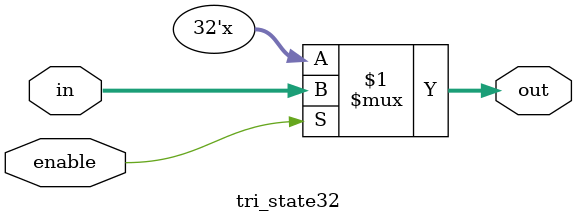
<source format=v>
module tri_state32(
    output [31:0] out,
    input enable,
    input [31:0] in);

    assign out = enable ? in : 32'bz;

endmodule

</source>
